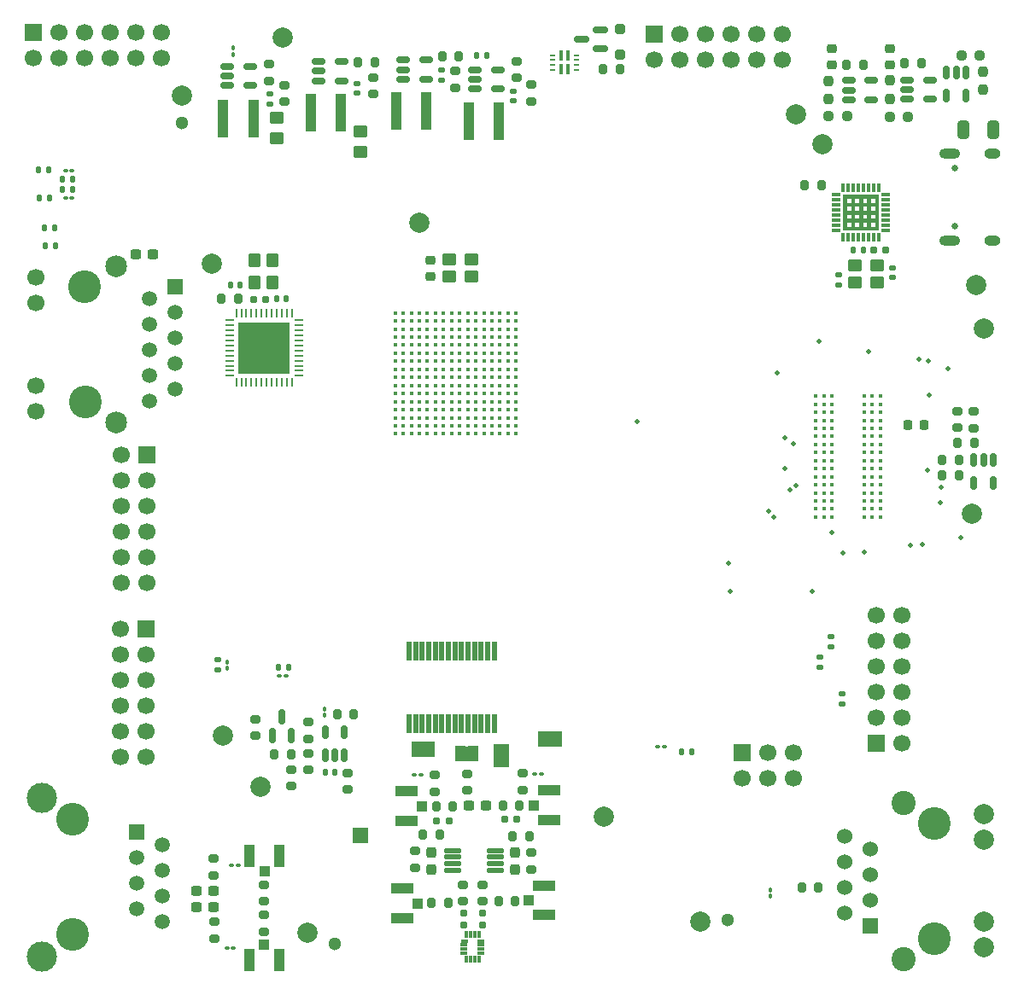
<source format=gbr>
G04 #@! TF.GenerationSoftware,KiCad,Pcbnew,9.0.3-9.0.3-0~ubuntu24.04.1*
G04 #@! TF.CreationDate,2025-07-25T17:12:14+02:00*
G04 #@! TF.ProjectId,acoustic-carrier-board,61636f75-7374-4696-932d-636172726965,rev?*
G04 #@! TF.SameCoordinates,Original*
G04 #@! TF.FileFunction,Soldermask,Top*
G04 #@! TF.FilePolarity,Negative*
%FSLAX46Y46*%
G04 Gerber Fmt 4.6, Leading zero omitted, Abs format (unit mm)*
G04 Created by KiCad (PCBNEW 9.0.3-9.0.3-0~ubuntu24.04.1) date 2025-07-25 17:12:14*
%MOMM*%
%LPD*%
G01*
G04 APERTURE LIST*
G04 Aperture macros list*
%AMRoundRect*
0 Rectangle with rounded corners*
0 $1 Rounding radius*
0 $2 $3 $4 $5 $6 $7 $8 $9 X,Y pos of 4 corners*
0 Add a 4 corners polygon primitive as box body*
4,1,4,$2,$3,$4,$5,$6,$7,$8,$9,$2,$3,0*
0 Add four circle primitives for the rounded corners*
1,1,$1+$1,$2,$3*
1,1,$1+$1,$4,$5*
1,1,$1+$1,$6,$7*
1,1,$1+$1,$8,$9*
0 Add four rect primitives between the rounded corners*
20,1,$1+$1,$2,$3,$4,$5,0*
20,1,$1+$1,$4,$5,$6,$7,0*
20,1,$1+$1,$6,$7,$8,$9,0*
20,1,$1+$1,$8,$9,$2,$3,0*%
G04 Aperture macros list end*
%ADD10C,0.000000*%
%ADD11C,1.300000*%
%ADD12C,2.000000*%
%ADD13RoundRect,0.200000X0.200000X0.275000X-0.200000X0.275000X-0.200000X-0.275000X0.200000X-0.275000X0*%
%ADD14RoundRect,0.150000X-0.512500X-0.150000X0.512500X-0.150000X0.512500X0.150000X-0.512500X0.150000X0*%
%ADD15R,1.500000X1.000000*%
%ADD16RoundRect,0.237500X0.237500X-0.300000X0.237500X0.300000X-0.237500X0.300000X-0.237500X-0.300000X0*%
%ADD17RoundRect,0.237500X-0.300000X-0.237500X0.300000X-0.237500X0.300000X0.237500X-0.300000X0.237500X0*%
%ADD18RoundRect,0.135000X-0.185000X0.135000X-0.185000X-0.135000X0.185000X-0.135000X0.185000X0.135000X0*%
%ADD19RoundRect,0.140000X0.170000X-0.140000X0.170000X0.140000X-0.170000X0.140000X-0.170000X-0.140000X0*%
%ADD20C,3.250000*%
%ADD21R,1.500000X1.500000*%
%ADD22C,1.500000*%
%ADD23C,3.000000*%
%ADD24RoundRect,0.135000X-0.135000X-0.185000X0.135000X-0.185000X0.135000X0.185000X-0.135000X0.185000X0*%
%ADD25RoundRect,0.010000X-0.225000X0.875000X-0.225000X-0.875000X0.225000X-0.875000X0.225000X0.875000X0*%
%ADD26RoundRect,0.150000X0.587500X0.150000X-0.587500X0.150000X-0.587500X-0.150000X0.587500X-0.150000X0*%
%ADD27R,1.700000X1.700000*%
%ADD28C,1.700000*%
%ADD29RoundRect,0.200000X-0.275000X0.200000X-0.275000X-0.200000X0.275000X-0.200000X0.275000X0.200000X0*%
%ADD30C,0.500000*%
%ADD31RoundRect,0.135000X0.135000X0.185000X-0.135000X0.185000X-0.135000X-0.185000X0.135000X-0.185000X0*%
%ADD32RoundRect,0.100000X-0.130000X-0.100000X0.130000X-0.100000X0.130000X0.100000X-0.130000X0.100000X0*%
%ADD33C,0.430000*%
%ADD34RoundRect,0.200000X-0.200000X-0.275000X0.200000X-0.275000X0.200000X0.275000X-0.200000X0.275000X0*%
%ADD35RoundRect,0.160000X0.197500X0.160000X-0.197500X0.160000X-0.197500X-0.160000X0.197500X-0.160000X0*%
%ADD36RoundRect,0.200000X0.275000X-0.200000X0.275000X0.200000X-0.275000X0.200000X-0.275000X-0.200000X0*%
%ADD37R,1.000000X1.500000*%
%ADD38RoundRect,0.135000X0.185000X-0.135000X0.185000X0.135000X-0.185000X0.135000X-0.185000X-0.135000X0*%
%ADD39RoundRect,0.250000X-0.450000X0.350000X-0.450000X-0.350000X0.450000X-0.350000X0.450000X0.350000X0*%
%ADD40RoundRect,0.237500X0.250000X0.237500X-0.250000X0.237500X-0.250000X-0.237500X0.250000X-0.237500X0*%
%ADD41RoundRect,0.237500X-0.250000X-0.237500X0.250000X-0.237500X0.250000X0.237500X-0.250000X0.237500X0*%
%ADD42RoundRect,0.218750X-0.256250X0.218750X-0.256250X-0.218750X0.256250X-0.218750X0.256250X0.218750X0*%
%ADD43RoundRect,0.100000X0.130000X0.100000X-0.130000X0.100000X-0.130000X-0.100000X0.130000X-0.100000X0*%
%ADD44RoundRect,0.100000X0.100000X-0.130000X0.100000X0.130000X-0.100000X0.130000X-0.100000X-0.130000X0*%
%ADD45R,1.100000X3.700000*%
%ADD46RoundRect,0.237500X0.300000X0.237500X-0.300000X0.237500X-0.300000X-0.237500X0.300000X-0.237500X0*%
%ADD47RoundRect,0.237500X0.237500X-0.250000X0.237500X0.250000X-0.237500X0.250000X-0.237500X-0.250000X0*%
%ADD48RoundRect,0.150000X-0.150000X0.512500X-0.150000X-0.512500X0.150000X-0.512500X0.150000X0.512500X0*%
%ADD49R,1.000000X1.050000*%
%ADD50R,1.050000X2.200000*%
%ADD51RoundRect,0.218750X-0.218750X-0.256250X0.218750X-0.256250X0.218750X0.256250X-0.218750X0.256250X0*%
%ADD52C,3.249981*%
%ADD53R,1.524000X1.524000*%
%ADD54C,1.524000*%
%ADD55C,1.999996*%
%ADD56C,2.400046*%
%ADD57RoundRect,0.062500X-0.375000X-0.062500X0.375000X-0.062500X0.375000X0.062500X-0.375000X0.062500X0*%
%ADD58RoundRect,0.062500X-0.062500X-0.375000X0.062500X-0.375000X0.062500X0.375000X-0.062500X0.375000X0*%
%ADD59R,5.150000X5.150000*%
%ADD60R,1.050000X1.000000*%
%ADD61R,2.200000X1.050000*%
%ADD62RoundRect,0.237500X-0.237500X0.250000X-0.237500X-0.250000X0.237500X-0.250000X0.237500X0.250000X0*%
%ADD63RoundRect,0.140000X0.140000X0.170000X-0.140000X0.170000X-0.140000X-0.170000X0.140000X-0.170000X0*%
%ADD64RoundRect,0.250000X0.450000X0.350000X-0.450000X0.350000X-0.450000X-0.350000X0.450000X-0.350000X0*%
%ADD65RoundRect,0.250000X0.325000X0.650000X-0.325000X0.650000X-0.325000X-0.650000X0.325000X-0.650000X0*%
%ADD66R,0.399999X1.050000*%
%ADD67R,0.599999X0.200000*%
%ADD68RoundRect,0.150000X0.150000X-0.512500X0.150000X0.512500X-0.150000X0.512500X-0.150000X-0.512500X0*%
%ADD69RoundRect,0.010000X-0.406400X0.127000X-0.406400X-0.127000X0.406400X-0.127000X0.406400X0.127000X0*%
%ADD70RoundRect,0.010000X0.127000X0.406400X-0.127000X0.406400X-0.127000X-0.406400X0.127000X-0.406400X0*%
%ADD71RoundRect,0.140000X-0.140000X-0.170000X0.140000X-0.170000X0.140000X0.170000X-0.140000X0.170000X0*%
%ADD72RoundRect,0.045625X0.305375X0.136875X-0.305375X0.136875X-0.305375X-0.136875X0.305375X-0.136875X0*%
%ADD73RoundRect,0.045000X0.256500X0.135000X-0.256500X0.135000X-0.256500X-0.135000X0.256500X-0.135000X0*%
%ADD74RoundRect,0.045000X-0.135000X0.256500X-0.135000X-0.256500X0.135000X-0.256500X0.135000X0.256500X0*%
%ADD75RoundRect,0.250000X-0.250000X0.250000X-0.250000X-0.250000X0.250000X-0.250000X0.250000X0.250000X0*%
%ADD76RoundRect,0.237500X-0.237500X0.300000X-0.237500X-0.300000X0.237500X-0.300000X0.237500X0.300000X0*%
%ADD77RoundRect,0.225000X0.250000X-0.225000X0.250000X0.225000X-0.250000X0.225000X-0.250000X-0.225000X0*%
%ADD78RoundRect,0.165000X0.165000X-0.202500X0.165000X0.202500X-0.165000X0.202500X-0.165000X-0.202500X0*%
%ADD79RoundRect,0.160000X-0.197500X-0.160000X0.197500X-0.160000X0.197500X0.160000X-0.197500X0.160000X0*%
%ADD80R,1.520000X1.520000*%
%ADD81C,1.520000*%
%ADD82C,2.160000*%
%ADD83RoundRect,0.125500X0.688000X0.125500X-0.688000X0.125500X-0.688000X-0.125500X0.688000X-0.125500X0*%
%ADD84C,0.446000*%
%ADD85RoundRect,0.250000X-0.350000X0.450000X-0.350000X-0.450000X0.350000X-0.450000X0.350000X0.450000X0*%
%ADD86RoundRect,0.160000X0.160000X-0.197500X0.160000X0.197500X-0.160000X0.197500X-0.160000X-0.197500X0*%
%ADD87RoundRect,0.150000X0.150000X-0.587500X0.150000X0.587500X-0.150000X0.587500X-0.150000X-0.587500X0*%
%ADD88C,0.650000*%
%ADD89O,1.600000X1.000000*%
%ADD90O,2.100000X1.000000*%
G04 APERTURE END LIST*
G36*
X92710000Y-125900000D02*
G01*
X94210000Y-125900000D01*
X94210000Y-125600000D01*
X92710000Y-125600000D01*
X92710000Y-125900000D01*
G37*
G36*
X85510000Y-124390000D02*
G01*
X85810000Y-124390000D01*
X85810000Y-125890000D01*
X85510000Y-125890000D01*
X85510000Y-124390000D01*
G37*
G36*
X98110000Y-123350000D02*
G01*
X98410000Y-123350000D01*
X98410000Y-124850000D01*
X98110000Y-124850000D01*
X98110000Y-123350000D01*
G37*
D10*
G36*
X127717800Y-73673300D02*
G01*
X127333600Y-73673300D01*
X127333600Y-70142700D01*
X127717800Y-70142700D01*
X127717800Y-73673300D01*
G37*
G36*
X128505200Y-73673300D02*
G01*
X128117800Y-73673300D01*
X128117800Y-70142700D01*
X128505200Y-70142700D01*
X128505200Y-73673300D01*
G37*
G36*
X129292600Y-73673300D02*
G01*
X128905200Y-73673300D01*
X128905200Y-70142700D01*
X129292600Y-70142700D01*
X129292600Y-73673300D01*
G37*
G36*
X130080000Y-73673300D02*
G01*
X129692600Y-73673300D01*
X129692600Y-70142700D01*
X130080000Y-70142700D01*
X130080000Y-73673300D01*
G37*
G36*
X130864200Y-70526900D02*
G01*
X127333600Y-70526900D01*
X127333600Y-70142700D01*
X130864200Y-70142700D01*
X130864200Y-70526900D01*
G37*
G36*
X130864200Y-71314300D02*
G01*
X127333600Y-71314300D01*
X127333600Y-70926900D01*
X130864200Y-70926900D01*
X130864200Y-71314300D01*
G37*
G36*
X130864200Y-72101700D02*
G01*
X127333600Y-72101700D01*
X127333600Y-71714300D01*
X130864200Y-71714300D01*
X130864200Y-72101700D01*
G37*
G36*
X130864200Y-72889100D02*
G01*
X127333600Y-72889100D01*
X127333600Y-72501700D01*
X130864200Y-72501700D01*
X130864200Y-72889100D01*
G37*
G36*
X130864200Y-73673300D02*
G01*
X127333600Y-73673300D01*
X127333600Y-73289100D01*
X130864200Y-73289100D01*
X130864200Y-73673300D01*
G37*
G36*
X130864200Y-73673300D02*
G01*
X130480000Y-73673300D01*
X130480000Y-70142700D01*
X130864200Y-70142700D01*
X130864200Y-73673300D01*
G37*
G36*
X90160000Y-126350000D02*
G01*
X89860000Y-126350000D01*
X89860000Y-124850000D01*
X90160000Y-124850000D01*
X90160000Y-126350000D01*
G37*
D11*
X115890000Y-142100000D03*
X76950000Y-144420000D03*
X61770000Y-62990000D03*
D12*
X113160000Y-142260000D03*
X74250000Y-143370000D03*
X61770000Y-60280000D03*
X122660000Y-62130000D03*
D13*
X89230000Y-56365000D03*
X87580000Y-56365000D03*
D14*
X133617500Y-58730000D03*
X133617500Y-59680000D03*
X133617500Y-60630000D03*
X135892500Y-60630000D03*
X135892500Y-58730000D03*
D15*
X93460000Y-126400000D03*
X93460000Y-125100000D03*
D16*
X86517500Y-137092500D03*
X86517500Y-135367500D03*
D17*
X63195000Y-139215000D03*
X64920000Y-139215000D03*
D18*
X127190000Y-119610000D03*
X127190000Y-120630000D03*
D19*
X79155000Y-60045000D03*
X79155000Y-59085000D03*
D12*
X64740000Y-76940000D03*
D20*
X50900000Y-132110000D03*
X50900000Y-143540000D03*
D21*
X57250000Y-133380000D03*
D22*
X59790000Y-134650000D03*
X57250000Y-135920000D03*
X59790000Y-137190000D03*
X57250000Y-138460000D03*
X59790000Y-139730000D03*
X57250000Y-141000000D03*
X59790000Y-142270000D03*
D23*
X47850000Y-129975000D03*
X47850000Y-145675000D03*
D24*
X49910000Y-69610000D03*
X50930000Y-69610000D03*
D25*
X92735000Y-115410000D03*
X92085000Y-115410000D03*
X91435000Y-115410000D03*
X90785000Y-115410000D03*
X90135000Y-115410000D03*
X89485000Y-115410000D03*
X88835000Y-115410000D03*
X88185000Y-115410000D03*
X87535000Y-115410000D03*
X86885000Y-115410000D03*
X86235000Y-115410000D03*
X85585000Y-115410000D03*
X84935000Y-115410000D03*
X84285000Y-115410000D03*
X84285000Y-122610000D03*
X84935000Y-122610000D03*
X85585000Y-122610000D03*
X86235000Y-122610000D03*
X86885000Y-122610000D03*
X87535000Y-122610000D03*
X88185000Y-122610000D03*
X88835000Y-122610000D03*
X89485000Y-122610000D03*
X90135000Y-122610000D03*
X90785000Y-122610000D03*
X91435000Y-122610000D03*
X92085000Y-122610000D03*
X92735000Y-122610000D03*
D26*
X103227502Y-55629999D03*
X103227502Y-53729999D03*
X101352502Y-54679999D03*
D19*
X70505000Y-61095000D03*
X70505000Y-60135000D03*
D27*
X58250000Y-113220000D03*
D28*
X58250000Y-115760000D03*
X58250000Y-118300000D03*
X58250000Y-120840000D03*
X58250000Y-123380000D03*
X58250000Y-125920000D03*
X55710000Y-113220000D03*
X55710000Y-115760000D03*
X55710000Y-118300000D03*
X55710000Y-120840000D03*
X55710000Y-123380000D03*
X55710000Y-125920000D03*
D29*
X95525000Y-127535000D03*
X95525000Y-129185000D03*
D30*
X126170000Y-103630000D03*
D31*
X91980000Y-56270000D03*
X90960000Y-56270000D03*
D32*
X66710000Y-136680000D03*
X67350000Y-136680000D03*
D33*
X82900000Y-81850000D03*
X83700000Y-81850000D03*
X84500000Y-81850000D03*
X85300000Y-81850000D03*
X86100000Y-81850000D03*
X86900000Y-81850000D03*
X87700000Y-81850000D03*
X88500000Y-81850000D03*
X89300000Y-81850000D03*
X90100000Y-81850000D03*
X90900000Y-81850000D03*
X91700000Y-81850000D03*
X92500000Y-81850000D03*
X93300000Y-81850000D03*
X94100000Y-81850000D03*
X94900000Y-81850000D03*
X82900000Y-82650000D03*
X83700000Y-82650000D03*
X84500000Y-82650000D03*
X85300000Y-82650000D03*
X86100000Y-82650000D03*
X86900000Y-82650000D03*
X87700000Y-82650000D03*
X88500000Y-82650000D03*
X89300000Y-82650000D03*
X90100000Y-82650000D03*
X90900000Y-82650000D03*
X91700000Y-82650000D03*
X92500000Y-82650000D03*
X93300000Y-82650000D03*
X94100000Y-82650000D03*
X94900000Y-82650000D03*
X82900000Y-83450000D03*
X83700000Y-83450000D03*
X84500000Y-83450000D03*
X85300000Y-83450000D03*
X86100000Y-83450000D03*
X86900000Y-83450000D03*
X87700000Y-83450000D03*
X88500000Y-83450000D03*
X89300000Y-83450000D03*
X90100000Y-83450000D03*
X90900000Y-83450000D03*
X91700000Y-83450000D03*
X92500000Y-83450000D03*
X93300000Y-83450000D03*
X94100000Y-83450000D03*
X94900000Y-83450000D03*
X82900000Y-84250000D03*
X83700000Y-84250000D03*
X84500000Y-84250000D03*
X85300000Y-84250000D03*
X86100000Y-84250000D03*
X86900000Y-84250000D03*
X87700000Y-84250000D03*
X88500000Y-84250000D03*
X89300000Y-84250000D03*
X90100000Y-84250000D03*
X90900000Y-84250000D03*
X91700000Y-84250000D03*
X92500000Y-84250000D03*
X93300000Y-84250000D03*
X94100000Y-84250000D03*
X94900000Y-84250000D03*
X82900000Y-85050000D03*
X83700000Y-85050000D03*
X84500000Y-85050000D03*
X85300000Y-85050000D03*
X86100000Y-85050000D03*
X86900000Y-85050000D03*
X87700000Y-85050000D03*
X88500000Y-85050000D03*
X89300000Y-85050000D03*
X90100000Y-85050000D03*
X90900000Y-85050000D03*
X91700000Y-85050000D03*
X92500000Y-85050000D03*
X93300000Y-85050000D03*
X94100000Y-85050000D03*
X94900000Y-85050000D03*
X82900000Y-85850000D03*
X83700000Y-85850000D03*
X84500000Y-85850000D03*
X85300000Y-85850000D03*
X86100000Y-85850000D03*
X86900000Y-85850000D03*
X87700000Y-85850000D03*
X88500000Y-85850000D03*
X89300000Y-85850000D03*
X90100000Y-85850000D03*
X90900000Y-85850000D03*
X91700000Y-85850000D03*
X92500000Y-85850000D03*
X93300000Y-85850000D03*
X94100000Y-85850000D03*
X94900000Y-85850000D03*
X82900000Y-86650000D03*
X83700000Y-86650000D03*
X84500000Y-86650000D03*
X85300000Y-86650000D03*
X86100000Y-86650000D03*
X86900000Y-86650000D03*
X87700000Y-86650000D03*
X88500000Y-86650000D03*
X89300000Y-86650000D03*
X90100000Y-86650000D03*
X90900000Y-86650000D03*
X91700000Y-86650000D03*
X92500000Y-86650000D03*
X93300000Y-86650000D03*
X94100000Y-86650000D03*
X94900000Y-86650000D03*
X82900000Y-87450000D03*
X83700000Y-87450000D03*
X84500000Y-87450000D03*
X85300000Y-87450000D03*
X86100000Y-87450000D03*
X86900000Y-87450000D03*
X87700000Y-87450000D03*
X88500000Y-87450000D03*
X89300000Y-87450000D03*
X90100000Y-87450000D03*
X90900000Y-87450000D03*
X91700000Y-87450000D03*
X92500000Y-87450000D03*
X93300000Y-87450000D03*
X94100000Y-87450000D03*
X94900000Y-87450000D03*
X82900000Y-88250000D03*
X83700000Y-88250000D03*
X84500000Y-88250000D03*
X85300000Y-88250000D03*
X86100000Y-88250000D03*
X86900000Y-88250000D03*
X87700000Y-88250000D03*
X88500000Y-88250000D03*
X89300000Y-88250000D03*
X90100000Y-88250000D03*
X90900000Y-88250000D03*
X91700000Y-88250000D03*
X92500000Y-88250000D03*
X93300000Y-88250000D03*
X94100000Y-88250000D03*
X94900000Y-88250000D03*
X82900000Y-89050000D03*
X83700000Y-89050000D03*
X84500000Y-89050000D03*
X85300000Y-89050000D03*
X86100000Y-89050000D03*
X86900000Y-89050000D03*
X87700000Y-89050000D03*
X88500000Y-89050000D03*
X89300000Y-89050000D03*
X90100000Y-89050000D03*
X90900000Y-89050000D03*
X91700000Y-89050000D03*
X92500000Y-89050000D03*
X93300000Y-89050000D03*
X94100000Y-89050000D03*
X94900000Y-89050000D03*
X82900000Y-89850000D03*
X83700000Y-89850000D03*
X84500000Y-89850000D03*
X85300000Y-89850000D03*
X86100000Y-89850000D03*
X86900000Y-89850000D03*
X87700000Y-89850000D03*
X88500000Y-89850000D03*
X89300000Y-89850000D03*
X90100000Y-89850000D03*
X90900000Y-89850000D03*
X91700000Y-89850000D03*
X92500000Y-89850000D03*
X93300000Y-89850000D03*
X94100000Y-89850000D03*
X94900000Y-89850000D03*
X82900000Y-90650000D03*
X83700000Y-90650000D03*
X84500000Y-90650000D03*
X85300000Y-90650000D03*
X86100000Y-90650000D03*
X86900000Y-90650000D03*
X87700000Y-90650000D03*
X88500000Y-90650000D03*
X89300000Y-90650000D03*
X90100000Y-90650000D03*
X90900000Y-90650000D03*
X91700000Y-90650000D03*
X92500000Y-90650000D03*
X93300000Y-90650000D03*
X94100000Y-90650000D03*
X94900000Y-90650000D03*
X82900000Y-91450000D03*
X83700000Y-91450000D03*
X84500000Y-91450000D03*
X85300000Y-91450000D03*
X86100000Y-91450000D03*
X86900000Y-91450000D03*
X87700000Y-91450000D03*
X88500000Y-91450000D03*
X89300000Y-91450000D03*
X90100000Y-91450000D03*
X90900000Y-91450000D03*
X91700000Y-91450000D03*
X92500000Y-91450000D03*
X93300000Y-91450000D03*
X94100000Y-91450000D03*
X94900000Y-91450000D03*
X82900000Y-92250000D03*
X83700000Y-92250000D03*
X84500000Y-92250000D03*
X85300000Y-92250000D03*
X86100000Y-92250000D03*
X86900000Y-92250000D03*
X87700000Y-92250000D03*
X88500000Y-92250000D03*
X89300000Y-92250000D03*
X90100000Y-92250000D03*
X90900000Y-92250000D03*
X91700000Y-92250000D03*
X92500000Y-92250000D03*
X93300000Y-92250000D03*
X94100000Y-92250000D03*
X94900000Y-92250000D03*
X82900000Y-93050000D03*
X83700000Y-93050000D03*
X84500000Y-93050000D03*
X85300000Y-93050000D03*
X86100000Y-93050000D03*
X86900000Y-93050000D03*
X87700000Y-93050000D03*
X88500000Y-93050000D03*
X89300000Y-93050000D03*
X90100000Y-93050000D03*
X90900000Y-93050000D03*
X91700000Y-93050000D03*
X92500000Y-93050000D03*
X93300000Y-93050000D03*
X94100000Y-93050000D03*
X94900000Y-93050000D03*
X82900000Y-93850000D03*
X83700000Y-93850000D03*
X84500000Y-93850000D03*
X85300000Y-93850000D03*
X86100000Y-93850000D03*
X86900000Y-93850000D03*
X87700000Y-93850000D03*
X88500000Y-93850000D03*
X89300000Y-93850000D03*
X90100000Y-93850000D03*
X90900000Y-93850000D03*
X91700000Y-93850000D03*
X92500000Y-93850000D03*
X93300000Y-93850000D03*
X94100000Y-93850000D03*
X94900000Y-93850000D03*
D34*
X77150000Y-121667500D03*
X78800000Y-121667500D03*
D35*
X70040000Y-80485000D03*
X68845000Y-80485000D03*
D30*
X124930000Y-84630000D03*
D36*
X74265000Y-124115000D03*
X74265000Y-122465000D03*
D37*
X85010000Y-125140000D03*
X86310000Y-125140000D03*
D38*
X124990000Y-117010000D03*
X124990000Y-115990000D03*
D39*
X79480000Y-63850000D03*
X79480000Y-65850000D03*
D30*
X129820000Y-85670000D03*
D13*
X138800000Y-96400000D03*
X137150000Y-96400000D03*
D31*
X129330000Y-75613000D03*
X128310000Y-75613000D03*
D24*
X47660000Y-70480000D03*
X48680000Y-70480000D03*
D30*
X120810000Y-87810000D03*
D13*
X94785000Y-140180000D03*
X93135000Y-140180000D03*
D34*
X137150000Y-97950000D03*
X138800000Y-97950000D03*
D40*
X127692500Y-62325000D03*
X125867500Y-62325000D03*
D30*
X137000000Y-99130000D03*
D27*
X58295000Y-95895000D03*
D28*
X58295000Y-98435000D03*
X58295000Y-100975000D03*
X58295000Y-103515000D03*
X58295000Y-106055000D03*
X58295000Y-108595000D03*
X55755000Y-95895000D03*
X55755000Y-98435000D03*
X55755000Y-100975000D03*
X55755000Y-103515000D03*
X55755000Y-106055000D03*
X55755000Y-108595000D03*
D13*
X125155000Y-69150000D03*
X123505000Y-69150000D03*
D32*
X108960000Y-124880000D03*
X109600000Y-124880000D03*
D41*
X139055000Y-56337500D03*
X140880000Y-56337500D03*
D14*
X66280000Y-57395000D03*
X66280000Y-58345000D03*
X66280000Y-59295000D03*
X68555000Y-59295000D03*
X68555000Y-57395000D03*
D42*
X131955000Y-55625000D03*
X131955000Y-57200000D03*
D29*
X140275000Y-91650000D03*
X140275000Y-93300000D03*
D12*
X125230000Y-65090000D03*
D30*
X127330000Y-105710000D03*
D34*
X127667500Y-57225000D03*
X129317500Y-57225000D03*
D21*
X79430000Y-133730000D03*
D13*
X72590000Y-125620000D03*
X70940000Y-125620000D03*
D43*
X50850000Y-67720000D03*
X50210000Y-67720000D03*
D24*
X47520000Y-67680000D03*
X48540000Y-67680000D03*
D29*
X96417500Y-135417500D03*
X96417500Y-137067500D03*
D14*
X75317500Y-56915000D03*
X75317500Y-57865000D03*
X75317500Y-58815000D03*
X77592500Y-58815000D03*
X77592500Y-56915000D03*
D29*
X91600000Y-138565000D03*
X91600000Y-140215000D03*
D30*
X138990000Y-104140000D03*
D44*
X120120000Y-139720000D03*
X120120000Y-139080000D03*
D36*
X138675000Y-93260000D03*
X138675000Y-91610000D03*
D45*
X90205000Y-62815000D03*
X93205000Y-62815000D03*
D30*
X135790000Y-86590000D03*
D24*
X49900000Y-68600000D03*
X50920000Y-68600000D03*
D35*
X94982500Y-132110000D03*
X93787500Y-132110000D03*
D30*
X137700000Y-87380000D03*
D13*
X96210000Y-133760000D03*
X94560000Y-133760000D03*
D30*
X136990000Y-100700000D03*
D46*
X58902500Y-76020000D03*
X57177500Y-76020000D03*
D24*
X48180000Y-75180000D03*
X49200000Y-75180000D03*
D27*
X47000000Y-54000000D03*
D28*
X47000000Y-56540000D03*
X49540000Y-54000000D03*
X49540000Y-56540000D03*
X52080000Y-54000000D03*
X52080000Y-56540000D03*
X54620000Y-54000000D03*
X54620000Y-56540000D03*
X57160000Y-54000000D03*
X57160000Y-56540000D03*
X59700000Y-54000000D03*
X59700000Y-56540000D03*
D19*
X132230000Y-78350000D03*
X132230000Y-77390000D03*
D29*
X69930000Y-141605000D03*
X69930000Y-143255000D03*
D19*
X65310000Y-117242500D03*
X65310000Y-116282500D03*
D42*
X126167500Y-55650000D03*
X126167500Y-57225000D03*
D30*
X129400000Y-105560000D03*
D45*
X65855000Y-62570000D03*
X68855000Y-62570000D03*
D47*
X131955000Y-60612500D03*
X131955000Y-58787500D03*
D48*
X142175000Y-96475000D03*
X141225000Y-96475000D03*
X140275000Y-96475000D03*
X140275000Y-98750000D03*
X142175000Y-98750000D03*
D49*
X69960000Y-137235000D03*
D50*
X68485000Y-135710000D03*
X71435000Y-135710000D03*
D13*
X67335000Y-80400000D03*
X65685000Y-80400000D03*
D51*
X133734750Y-92967750D03*
X135309750Y-92967750D03*
D52*
X136355000Y-132480160D03*
X136355000Y-143900000D03*
D53*
X130005000Y-142630000D03*
D54*
X127465000Y-141370160D03*
X130005000Y-140090000D03*
X127465000Y-138830160D03*
X130005000Y-137550000D03*
X127465000Y-136290160D03*
X130005000Y-135010000D03*
X127465000Y-133750160D03*
D55*
X141254914Y-144815162D03*
X141254914Y-142275162D03*
X141254914Y-134104998D03*
X141254914Y-131564998D03*
D56*
X133304968Y-145940128D03*
X133304968Y-130440032D03*
D32*
X66240000Y-144830000D03*
X66880000Y-144830000D03*
D38*
X126130000Y-115010000D03*
X126130000Y-113990000D03*
D37*
X97610000Y-124100000D03*
X98910000Y-124100000D03*
D30*
X135810000Y-89980000D03*
X121580000Y-97250000D03*
D57*
X66467500Y-82585000D03*
X66467500Y-83085000D03*
X66467500Y-83585000D03*
X66467500Y-84085000D03*
X66467500Y-84585000D03*
X66467500Y-85085000D03*
X66467500Y-85585000D03*
X66467500Y-86085000D03*
X66467500Y-86585000D03*
X66467500Y-87085000D03*
X66467500Y-87585000D03*
X66467500Y-88085000D03*
D58*
X67155000Y-88772500D03*
X67655000Y-88772500D03*
X68155000Y-88772500D03*
X68655000Y-88772500D03*
X69155000Y-88772500D03*
X69655000Y-88772500D03*
X70155000Y-88772500D03*
X70655000Y-88772500D03*
X71155000Y-88772500D03*
X71655000Y-88772500D03*
X72155000Y-88772500D03*
X72655000Y-88772500D03*
D57*
X73342500Y-88085000D03*
X73342500Y-87585000D03*
X73342500Y-87085000D03*
X73342500Y-86585000D03*
X73342500Y-86085000D03*
X73342500Y-85585000D03*
X73342500Y-85085000D03*
X73342500Y-84585000D03*
X73342500Y-84085000D03*
X73342500Y-83585000D03*
X73342500Y-83085000D03*
X73342500Y-82585000D03*
D58*
X72655000Y-81897500D03*
X72155000Y-81897500D03*
X71655000Y-81897500D03*
X71155000Y-81897500D03*
X70655000Y-81897500D03*
X70155000Y-81897500D03*
X69655000Y-81897500D03*
X69155000Y-81897500D03*
X68655000Y-81897500D03*
X68155000Y-81897500D03*
X67655000Y-81897500D03*
X67155000Y-81897500D03*
D59*
X69905000Y-85335000D03*
D60*
X96135000Y-140130000D03*
D61*
X97660000Y-138655000D03*
X97660000Y-141605000D03*
D62*
X141217500Y-57875000D03*
X141217500Y-59700000D03*
D27*
X108580000Y-54160000D03*
D28*
X108580000Y-56700000D03*
X111120000Y-54160000D03*
X111120000Y-56700000D03*
X113660000Y-54160000D03*
X113660000Y-56700000D03*
X116200000Y-54160000D03*
X116200000Y-56700000D03*
X118740000Y-54160000D03*
X118740000Y-56700000D03*
X121280000Y-54160000D03*
X121280000Y-56700000D03*
D12*
X140540000Y-79100000D03*
D30*
X135670000Y-97480000D03*
X122640000Y-98990000D03*
X135190000Y-104810000D03*
D19*
X126910000Y-79043000D03*
X126910000Y-78083000D03*
D63*
X72110000Y-80400000D03*
X71150000Y-80400000D03*
D64*
X130710000Y-77163000D03*
X128510000Y-77163000D03*
X128510000Y-78863000D03*
X130710000Y-78863000D03*
D65*
X142175000Y-63640000D03*
X139225000Y-63640000D03*
D66*
X99375002Y-57695000D03*
X100075001Y-57695000D03*
D67*
X100850000Y-57770001D03*
X100850000Y-57270000D03*
X100850000Y-56770000D03*
X100850000Y-56269999D03*
D66*
X100075001Y-56345000D03*
X99375002Y-56345000D03*
D67*
X98550002Y-56269999D03*
X98550002Y-56770000D03*
X98550002Y-57270000D03*
X98550002Y-57770001D03*
D40*
X133767500Y-62400000D03*
X131942500Y-62400000D03*
D30*
X116120000Y-109480000D03*
X106910000Y-92590000D03*
D60*
X85572500Y-130800000D03*
D61*
X84047500Y-132275000D03*
X84047500Y-129325000D03*
D13*
X140320000Y-94755000D03*
X138670000Y-94755000D03*
D30*
X115950000Y-106660000D03*
D36*
X94930000Y-58540000D03*
X94930000Y-56890000D03*
D29*
X89630000Y-138575000D03*
X89630000Y-140225000D03*
D13*
X80867500Y-57010000D03*
X79217500Y-57010000D03*
D63*
X72325000Y-116977500D03*
X71365000Y-116977500D03*
D30*
X124210000Y-109440000D03*
X134860000Y-86470000D03*
D68*
X75975000Y-125712500D03*
X76925000Y-125712500D03*
X77875000Y-125712500D03*
X77875000Y-123437500D03*
X75975000Y-123437500D03*
D17*
X90222500Y-130745000D03*
X91947500Y-130745000D03*
D60*
X85162500Y-140460000D03*
D61*
X83637500Y-141935000D03*
X83637500Y-138985000D03*
D69*
X131550000Y-73686000D03*
X131550000Y-73178000D03*
X131550000Y-72670000D03*
X131550000Y-72162000D03*
X131550000Y-71654000D03*
X131550000Y-71146000D03*
X131550000Y-70638000D03*
X131550000Y-70130000D03*
D70*
X130876900Y-69456900D03*
X130368900Y-69456900D03*
X129860900Y-69456900D03*
X129352900Y-69456900D03*
X128844900Y-69456900D03*
X128336900Y-69456900D03*
X127828900Y-69456900D03*
X127320900Y-69456900D03*
D69*
X126647800Y-70130000D03*
X126647800Y-70638000D03*
X126647800Y-71146000D03*
X126647800Y-71654000D03*
X126647800Y-72162000D03*
X126647800Y-72670000D03*
X126647800Y-73178000D03*
X126647800Y-73686000D03*
D70*
X127320900Y-74359100D03*
X127828900Y-74359100D03*
X128336900Y-74359100D03*
X128844900Y-74359100D03*
X129352900Y-74359100D03*
X129860900Y-74359100D03*
X130368900Y-74359100D03*
X130876900Y-74359100D03*
D30*
X119960000Y-101560000D03*
D12*
X71720000Y-54490000D03*
D31*
X112290000Y-125390000D03*
X111270000Y-125390000D03*
D30*
X121570000Y-94240000D03*
D71*
X66580000Y-79090000D03*
X67540000Y-79090000D03*
D30*
X133950000Y-104870000D03*
D29*
X88817500Y-57860000D03*
X88817500Y-59510000D03*
D48*
X139467500Y-58012500D03*
X138517500Y-58012500D03*
X137567500Y-58012500D03*
X137567500Y-60287500D03*
X139467500Y-60287500D03*
D36*
X64930000Y-137655000D03*
X64930000Y-136005000D03*
D72*
X89796500Y-144160000D03*
D73*
X89746500Y-144560000D03*
X89746500Y-144960000D03*
X89746500Y-145360000D03*
D74*
X89991500Y-146005000D03*
X90391500Y-146005000D03*
X90791500Y-146005000D03*
X91191500Y-146005000D03*
D73*
X91436500Y-145360000D03*
X91436500Y-144960000D03*
X91436500Y-144560000D03*
X91436500Y-144160000D03*
D74*
X91191500Y-143515000D03*
X90791500Y-143515000D03*
X90391500Y-143515000D03*
X89991500Y-143515000D03*
D75*
X105230000Y-53682500D03*
X105230000Y-56182500D03*
D12*
X85290000Y-72900000D03*
D36*
X69015000Y-123815000D03*
X69015000Y-122165000D03*
D27*
X130605000Y-124575000D03*
D28*
X130605000Y-122035000D03*
X130605000Y-119495000D03*
X130605000Y-116955000D03*
X130605000Y-114415000D03*
X130605000Y-111875000D03*
X133145000Y-124575000D03*
X133145000Y-122035000D03*
X133145000Y-119495000D03*
X133145000Y-116955000D03*
X133145000Y-114415000D03*
X133145000Y-111875000D03*
D14*
X127855000Y-58787500D03*
X127855000Y-59737500D03*
X127855000Y-60687500D03*
X130130000Y-60687500D03*
X130130000Y-58787500D03*
D36*
X84867500Y-136905000D03*
X84867500Y-135255000D03*
D44*
X66820000Y-56220000D03*
X66820000Y-55580000D03*
D35*
X131507500Y-75613000D03*
X130312500Y-75613000D03*
D49*
X69900000Y-144535000D03*
D50*
X71375000Y-146060000D03*
X68425000Y-146060000D03*
D36*
X78165000Y-129162500D03*
X78165000Y-127512500D03*
D71*
X75975000Y-127417500D03*
X76935000Y-127417500D03*
D76*
X94767500Y-135367500D03*
X94767500Y-137092500D03*
D43*
X85460000Y-127720000D03*
X84820000Y-127720000D03*
D77*
X86445000Y-78195000D03*
X86445000Y-76645000D03*
D30*
X122390000Y-94850000D03*
D17*
X63195000Y-140815000D03*
X64920000Y-140815000D03*
D36*
X74265000Y-127215000D03*
X74265000Y-125565000D03*
D78*
X89691500Y-142607500D03*
X89691500Y-141412500D03*
D13*
X88620000Y-130840000D03*
X86970000Y-130840000D03*
D39*
X71190000Y-62530000D03*
X71190000Y-64530000D03*
D19*
X94630000Y-60815000D03*
X94630000Y-59855000D03*
D12*
X65870000Y-123800000D03*
X69570000Y-128830000D03*
D79*
X87037500Y-132260000D03*
X88232500Y-132260000D03*
D29*
X86860000Y-127710000D03*
X86860000Y-129360000D03*
D20*
X52160000Y-90710000D03*
X52146663Y-79284562D03*
D80*
X61050000Y-79270000D03*
D81*
X58510000Y-80440000D03*
X61050000Y-81810000D03*
X58510000Y-82980000D03*
X61050000Y-84350000D03*
X58510000Y-85520000D03*
X61050000Y-86890000D03*
X58510000Y-88060000D03*
X61050000Y-89430000D03*
X58510000Y-90600000D03*
D28*
X47270000Y-78360000D03*
X47270000Y-80900000D03*
X47270000Y-89080000D03*
X47270000Y-91620000D03*
D82*
X55220000Y-92730000D03*
X55220000Y-77250000D03*
D29*
X96430000Y-59190000D03*
X96430000Y-60840000D03*
D19*
X87505000Y-58745000D03*
X87505000Y-57785000D03*
D12*
X103600000Y-131800000D03*
D34*
X85660000Y-133610000D03*
X87310000Y-133610000D03*
D32*
X96760000Y-127560000D03*
X97400000Y-127560000D03*
D37*
X90660000Y-125600000D03*
X89360000Y-125600000D03*
D83*
X92797500Y-137135000D03*
X92797500Y-136485000D03*
X92797500Y-135835000D03*
X92797500Y-135185000D03*
X88572500Y-135185000D03*
X88572500Y-135835000D03*
X88572500Y-136485000D03*
X88572500Y-137135000D03*
D24*
X48140000Y-73370000D03*
X49160000Y-73370000D03*
D29*
X71955000Y-59240000D03*
X71955000Y-60890000D03*
D36*
X90060000Y-129225000D03*
X90060000Y-127575000D03*
D27*
X117310000Y-125470000D03*
D28*
X117310000Y-128010000D03*
X119850000Y-125470000D03*
X119850000Y-128010000D03*
X122390000Y-125470000D03*
X122390000Y-128010000D03*
D34*
X103540000Y-57660000D03*
X105190000Y-57660000D03*
D30*
X122070000Y-99410000D03*
D36*
X72575000Y-128805000D03*
X72575000Y-127155000D03*
D44*
X66240000Y-117110000D03*
X66240000Y-116470000D03*
D84*
X124592250Y-90107750D03*
X125392250Y-90107750D03*
X126192250Y-90107750D03*
X129392250Y-90107750D03*
X130192250Y-90107750D03*
X130992250Y-90107750D03*
X124592250Y-90907750D03*
X125392250Y-90907750D03*
X126192250Y-90907750D03*
X129392250Y-90907750D03*
X130192250Y-90907750D03*
X130992250Y-90907750D03*
X124592250Y-91707750D03*
X125392250Y-91707750D03*
X126192250Y-91707750D03*
X129392250Y-91707750D03*
X130192250Y-91707750D03*
X130992250Y-91707750D03*
X124592250Y-92507750D03*
X125392250Y-92507750D03*
X126192250Y-92507750D03*
X129392250Y-92507750D03*
X130192250Y-92507750D03*
X130992250Y-92507750D03*
X124592250Y-93307750D03*
X125392250Y-93307750D03*
X126192250Y-93307750D03*
X129392250Y-93307750D03*
X130192250Y-93307750D03*
X130992250Y-93307750D03*
X124592250Y-94107750D03*
X125392250Y-94107750D03*
X126192250Y-94107750D03*
X129392250Y-94107750D03*
X130192250Y-94107750D03*
X130992250Y-94107750D03*
X124592250Y-94907750D03*
X125392250Y-94907750D03*
X126192250Y-94907750D03*
X129392250Y-94907750D03*
X130192250Y-94907750D03*
X130992250Y-94907750D03*
X124592250Y-95707750D03*
X125392250Y-95707750D03*
X126192250Y-95707750D03*
X129392250Y-95707750D03*
X130192250Y-95707750D03*
X130992250Y-95707750D03*
X124592250Y-96507750D03*
X125392250Y-96507750D03*
X126192250Y-96507750D03*
X129392250Y-96507750D03*
X130192250Y-96507750D03*
X130992250Y-96507750D03*
X124592250Y-97307750D03*
X125392250Y-97307750D03*
X126192250Y-97307750D03*
X129392250Y-97307750D03*
X130192250Y-97307750D03*
X130992250Y-97307750D03*
X124592250Y-98107750D03*
X125392250Y-98107750D03*
X126192250Y-98107750D03*
X129392250Y-98107750D03*
X130192250Y-98107750D03*
X130992250Y-98107750D03*
X124592250Y-98907750D03*
X125392250Y-98907750D03*
X126192250Y-98907750D03*
X129392250Y-98907750D03*
X130192250Y-98907750D03*
X130992250Y-98907750D03*
X124592250Y-99707750D03*
X125392250Y-99707750D03*
X126192250Y-99707750D03*
X129392250Y-99707750D03*
X130192250Y-99707750D03*
X130992250Y-99707750D03*
X124592250Y-100507750D03*
X125392250Y-100507750D03*
X126192250Y-100507750D03*
X129392250Y-100507750D03*
X130192250Y-100507750D03*
X130992250Y-100507750D03*
X124592250Y-101307750D03*
X125392250Y-101307750D03*
X126192250Y-101307750D03*
X129392250Y-101307750D03*
X130192250Y-101307750D03*
X130992250Y-101307750D03*
X124592250Y-102107750D03*
X125392250Y-102107750D03*
X126192250Y-102107750D03*
X129392250Y-102107750D03*
X130192250Y-102107750D03*
X130992250Y-102107750D03*
D47*
X125892500Y-60650000D03*
X125892500Y-58825000D03*
D45*
X74555000Y-61965000D03*
X77555000Y-61965000D03*
D30*
X120450000Y-102100000D03*
D60*
X96610000Y-130715000D03*
D61*
X98135000Y-129240000D03*
X98135000Y-132190000D03*
D34*
X93570000Y-130740000D03*
X95220000Y-130740000D03*
X123205000Y-138890000D03*
X124855000Y-138890000D03*
D43*
X72070000Y-117860000D03*
X71430000Y-117860000D03*
X50860000Y-70480000D03*
X50220000Y-70480000D03*
D13*
X88155000Y-140370000D03*
X86505000Y-140370000D03*
D36*
X65000000Y-143925000D03*
X65000000Y-142275000D03*
D45*
X83005000Y-61815000D03*
X86005000Y-61815000D03*
D44*
X75945000Y-121797500D03*
X75945000Y-121157500D03*
D34*
X133430000Y-57100000D03*
X135080000Y-57100000D03*
D85*
X69000000Y-76610000D03*
X69000000Y-78810000D03*
X70700000Y-78810000D03*
X70700000Y-76610000D03*
D14*
X83730000Y-56765000D03*
X83730000Y-57715000D03*
X83730000Y-58665000D03*
X86005000Y-58665000D03*
X86005000Y-56765000D03*
D64*
X90440000Y-76560000D03*
X88240000Y-76560000D03*
X88240000Y-78260000D03*
X90440000Y-78260000D03*
D86*
X91600000Y-142587500D03*
X91600000Y-141392500D03*
D29*
X80692500Y-58485000D03*
X80692500Y-60135000D03*
D36*
X69920000Y-140245000D03*
X69920000Y-138595000D03*
D87*
X70735000Y-123797500D03*
X72635000Y-123797500D03*
X71685000Y-121922500D03*
D36*
X70405000Y-58840000D03*
X70405000Y-57190000D03*
D14*
X90805000Y-57715000D03*
X90805000Y-58665000D03*
X90805000Y-59615000D03*
X93080000Y-59615000D03*
X93080000Y-57715000D03*
D12*
X141230000Y-83380000D03*
X140080000Y-101800000D03*
D88*
X138430000Y-67480000D03*
X138430000Y-73260000D03*
D89*
X142080000Y-66050000D03*
D90*
X137900000Y-66050000D03*
D89*
X142080000Y-74690000D03*
D90*
X137900000Y-74690000D03*
M02*

</source>
